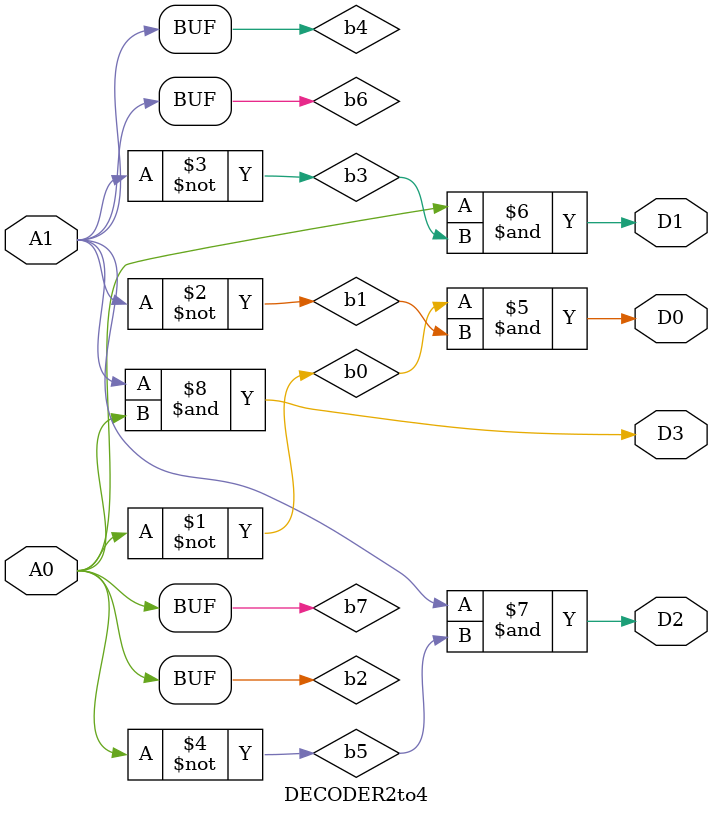
<source format=v>
module DECODER2to4(A1,A0,D3,D2,D1,D0);
input A1,A0;
output D3,D2,D1,D0;
wire b0,b1,b2,b3,b4,b5,b6,b7;

assign b0 = ~ A0;
assign b1 = ~ A1;
assign b2 = A0;
assign b3 = ~ A1;
assign b4 = A1;
assign b5 = ~ A0;
assign b6 =  A1;
assign b7 = A0;
assign D0 = b0 & b1;
assign D1 = b2 & b3;
assign D2 = b4 & b5;
assign D3 = b6 & b7;

endmodule

</source>
